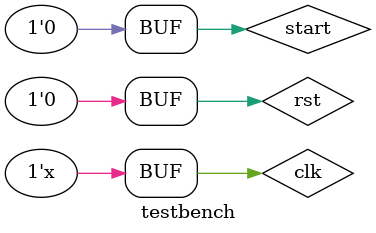
<source format=sv>
`timescale 1ns/1ps

module testbench;
    reg clk;
    reg rst;
    reg start;
    wire [7:0] led;

    // DUT (Device Under Test)
    top #(.div(50)) dev(
        .clk(clk),
        .rst(rst),
        .start(start),
        .leds(led)
    );

    initial begin
        // Initialize signals
        clk = 0;
        rst = 1;
        start = 0;

        // After 10ns, de-assert reset and assert start
        #10 rst = 0;
       start = 1;

        // After another 10ns, de-assert start
        #100000 start = 0;
    end

    // Generate clock signal
    always #5 clk = ~clk;

endmodule
</source>
